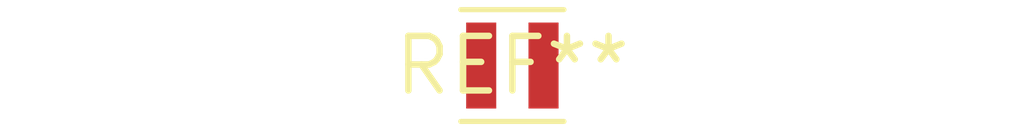
<source format=kicad_pcb>
(kicad_pcb (version 20240108) (generator pcbnew)
  (layers (0 "F.Cu" signal) (31 "B.Cu" signal) (34 "B.Paste" user) (35 "F.Paste" user) (36 "B.SilkS" user "B.Silkscreen") (37 "F.SilkS" user "F.Silkscreen") (38 "B.Mask" user) (39 "F.Mask" user) (44 "Edge.Cuts" user))
  (net 0 "")
  (footprint "L_Taiyo-Yuden_NR-24xx" (layer "F.Cu") (at 0 0)
    (property "Reference" "REF**")
    (property "Value" "L_Taiyo-Yuden_NR-24xx")
    (fp_line (start -1.2 -1.3) (end 1.2 -1.3) (layer "F.SilkS") (stroke (width 0.12)))
    (fp_line (start -1.2 1.3) (end 1.2 1.3) (layer "F.SilkS") (stroke (width 0.12)))
    (pad "1" smd rect (at -0.725 0) (size 0.7 2) (layers "F.Cu" "F.Paste" "F.Mask"))
    (pad "2" smd rect (at 0.725 0) (size 0.7 2) (layers "F.Cu" "F.Paste" "F.Mask"))
  )
)
</source>
